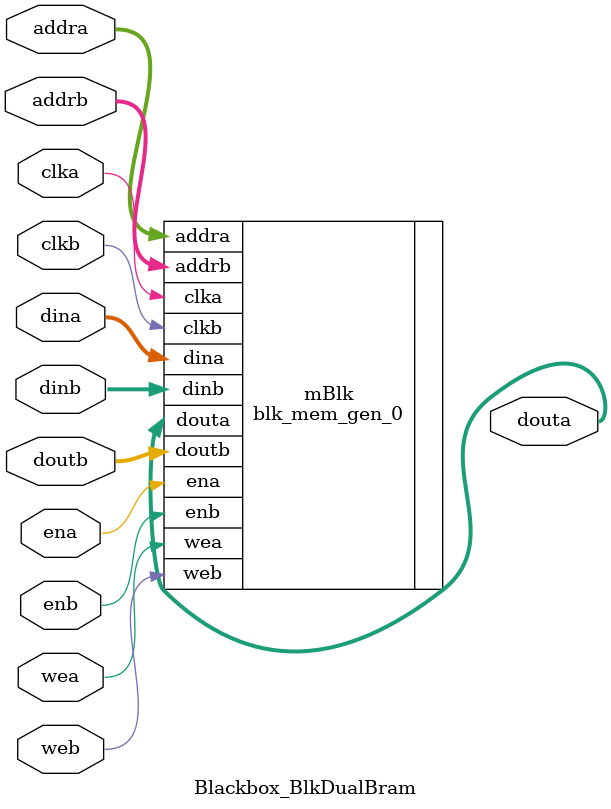
<source format=v>
module Blackbox_BlkDualBram (
    input wire clka,
    input wire ena,
    input wire wea,
    input wire [9 : 0] addra,
    input wire [31 : 0] dina,
    output wire [31 : 0] douta,
    input wire clkb,
    input wire enb,
    input wire web,
    input wire [9 : 0] addrb,
    input wire [31 : 0] dinb,
    input wire [31 : 0] doutb
);
blk_mem_gen_0 mBlk(
    .clka(clka),
    .ena(ena),
    .wea(wea),
    .addra(addra),
    .dina(dina),
    .douta(douta),
    
    .clkb(clkb),
    .enb(enb),
    .web(web),
    .addrb(addrb),
    .dinb(dinb),
    .doutb(doutb)
);
endmodule
// (* X_INTERFACE_INFO = "xilinx.com:interface:bram:1.0 BRAM_PORTA CLK" *)
// input wire clka;
// (* X_INTERFACE_INFO = "xilinx.com:interface:bram:1.0 BRAM_PORTA EN" *)
// input wire ena;
// (* X_INTERFACE_INFO = "xilinx.com:interface:bram:1.0 BRAM_PORTA WE" *)
// input wire [0 : 0] wea;
// (* X_INTERFACE_INFO = "xilinx.com:interface:bram:1.0 BRAM_PORTA ADDR" *)
// input wire [9 : 0] addra;
// (* X_INTERFACE_INFO = "xilinx.com:interface:bram:1.0 BRAM_PORTA DIN" *)
// input wire [31 : 0] dina;
// (* X_INTERFACE_PARAMETER = "XIL_INTERFACENAME BRAM_PORTA, MEM_SIZE 8192, MEM_WIDTH 32, MEM_ECC NONE, MASTER_TYPE OTHER, READ_WRITE_MODE READ_WRITE" *)
// (* X_INTERFACE_INFO = "xilinx.com:interface:bram:1.0 BRAM_PORTA DOUT" *)
// output wire [31 : 0] douta;
// (* X_INTERFACE_INFO = "xilinx.com:interface:bram:1.0 BRAM_PORTB CLK" *)
// input wire clkb;
// (* X_INTERFACE_INFO = "xilinx.com:interface:bram:1.0 BRAM_PORTB EN" *)
// input wire enb;
// (* X_INTERFACE_INFO = "xilinx.com:interface:bram:1.0 BRAM_PORTB WE" *)
// input wire [0 : 0] web;
// (* X_INTERFACE_INFO = "xilinx.com:interface:bram:1.0 BRAM_PORTB ADDR" *)
// input wire [9 : 0] addrb;
// (* X_INTERFACE_INFO = "xilinx.com:interface:bram:1.0 BRAM_PORTB DIN" *)
// input wire [31 : 0] dinb;
// (* X_INTERFACE_PARAMETER = "XIL_INTERFACENAME BRAM_PORTB, MEM_SIZE 8192, MEM_WIDTH 32, MEM_ECC NONE, MASTER_TYPE OTHER, READ_WRITE_MODE READ_WRITE" *)
// (* X_INTERFACE_INFO = "xilinx.com:interface:bram:1.0 BRAM_PORTB DOUT" *)
// output wire [31 : 0] doutb;
</source>
